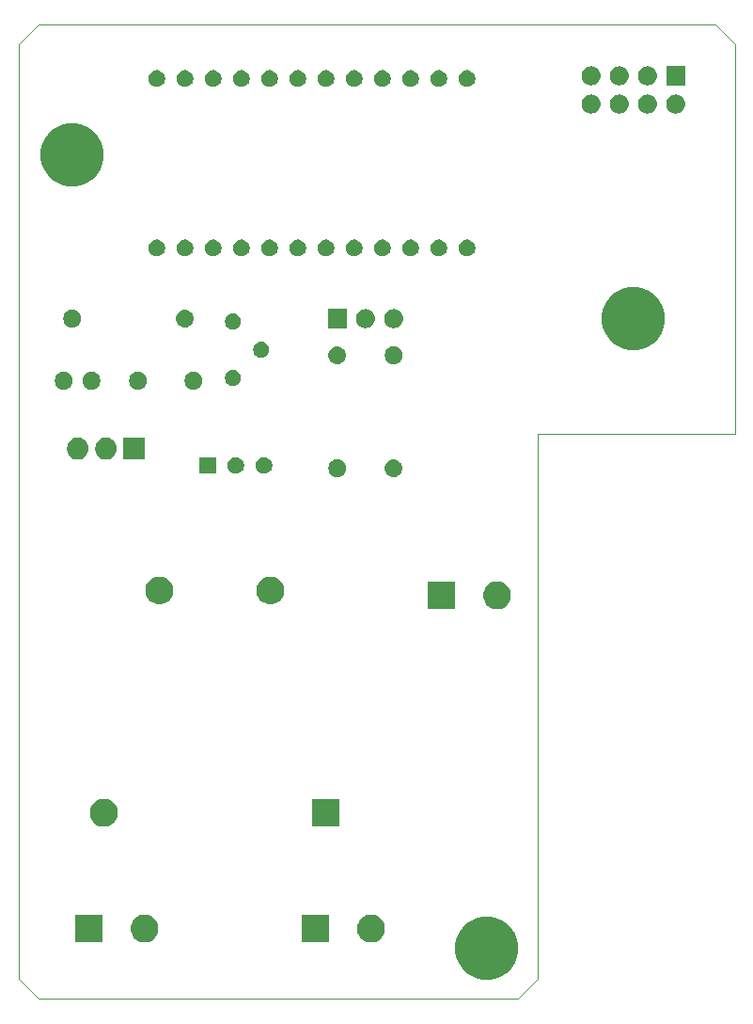
<source format=gbr>
%TF.GenerationSoftware,KiCad,Pcbnew,(5.1.2)-2*%
%TF.CreationDate,2019-06-24T14:10:12+02:00*%
%TF.ProjectId,Main_Monstrum,4d61696e-5f4d-46f6-9e73-7472756d2e6b,rev?*%
%TF.SameCoordinates,PX196f3b0PYa952310*%
%TF.FileFunction,Soldermask,Top*%
%TF.FilePolarity,Negative*%
%FSLAX46Y46*%
G04 Gerber Fmt 4.6, Leading zero omitted, Abs format (unit mm)*
G04 Created by KiCad (PCBNEW (5.1.2)-2) date 2019-06-24 14:10:12*
%MOMM*%
%LPD*%
G04 APERTURE LIST*
%ADD10C,0.100000*%
%ADD11C,0.150000*%
G04 APERTURE END LIST*
D10*
X64516000Y85852000D02*
X64516000Y50800000D01*
X1778000Y87630000D02*
X62738000Y87630000D01*
X0Y1778000D02*
X0Y85852000D01*
X44958000Y0D02*
X1778000Y0D01*
X46736000Y50800000D02*
X46736000Y1778000D01*
X62738000Y87630000D02*
X64516000Y85852000D01*
X0Y85852000D02*
X1778000Y87630000D01*
X1778000Y0D02*
X0Y1778000D01*
X44958000Y0D02*
X46736000Y1778000D01*
X64516000Y50800000D02*
X46736000Y50800000D01*
D11*
G36*
X42995313Y7312477D02*
G01*
X43513980Y7097638D01*
X43513981Y7097637D01*
X43980769Y6785740D01*
X44377740Y6388769D01*
X44485906Y6226886D01*
X44689638Y5921980D01*
X44904477Y5403313D01*
X45014000Y4852702D01*
X45014000Y4291298D01*
X44904477Y3740687D01*
X44689638Y3222020D01*
X44689637Y3222019D01*
X44377740Y2755231D01*
X43980769Y2358260D01*
X43668871Y2149857D01*
X43513980Y2046362D01*
X42995313Y1831523D01*
X42444702Y1722000D01*
X41883298Y1722000D01*
X41332687Y1831523D01*
X40814020Y2046362D01*
X40659129Y2149857D01*
X40347231Y2358260D01*
X39950260Y2755231D01*
X39638363Y3222019D01*
X39638362Y3222020D01*
X39423523Y3740687D01*
X39314000Y4291298D01*
X39314000Y4852702D01*
X39423523Y5403313D01*
X39638362Y5921980D01*
X39842094Y6226886D01*
X39950260Y6388769D01*
X40347231Y6785740D01*
X40814019Y7097637D01*
X40814020Y7097638D01*
X41332687Y7312477D01*
X41883298Y7422000D01*
X42444702Y7422000D01*
X42995313Y7312477D01*
X42995313Y7312477D01*
G37*
G36*
X32114610Y7551964D02*
G01*
X32342095Y7457736D01*
X32342097Y7457735D01*
X32395578Y7422000D01*
X32546828Y7320938D01*
X32720938Y7146828D01*
X32857736Y6942095D01*
X32951964Y6714610D01*
X33000000Y6473116D01*
X33000000Y6226884D01*
X32951964Y5985390D01*
X32857736Y5757905D01*
X32857735Y5757903D01*
X32720938Y5553172D01*
X32546828Y5379062D01*
X32342097Y5242265D01*
X32342096Y5242264D01*
X32342095Y5242264D01*
X32114610Y5148036D01*
X31873116Y5100000D01*
X31626884Y5100000D01*
X31385390Y5148036D01*
X31157905Y5242264D01*
X31157904Y5242264D01*
X31157903Y5242265D01*
X30953172Y5379062D01*
X30779062Y5553172D01*
X30642265Y5757903D01*
X30642264Y5757905D01*
X30548036Y5985390D01*
X30500000Y6226884D01*
X30500000Y6473116D01*
X30548036Y6714610D01*
X30642264Y6942095D01*
X30779062Y7146828D01*
X30953172Y7320938D01*
X31104422Y7422000D01*
X31157903Y7457735D01*
X31157905Y7457736D01*
X31385390Y7551964D01*
X31626884Y7600000D01*
X31873116Y7600000D01*
X32114610Y7551964D01*
X32114610Y7551964D01*
G37*
G36*
X7600000Y5100000D02*
G01*
X5100000Y5100000D01*
X5100000Y7600000D01*
X7600000Y7600000D01*
X7600000Y5100000D01*
X7600000Y5100000D01*
G37*
G36*
X28000000Y5100000D02*
G01*
X25500000Y5100000D01*
X25500000Y7600000D01*
X28000000Y7600000D01*
X28000000Y5100000D01*
X28000000Y5100000D01*
G37*
G36*
X11714610Y7551964D02*
G01*
X11942095Y7457736D01*
X11942097Y7457735D01*
X11995578Y7422000D01*
X12146828Y7320938D01*
X12320938Y7146828D01*
X12457736Y6942095D01*
X12551964Y6714610D01*
X12600000Y6473116D01*
X12600000Y6226884D01*
X12551964Y5985390D01*
X12457736Y5757905D01*
X12457735Y5757903D01*
X12320938Y5553172D01*
X12146828Y5379062D01*
X11942097Y5242265D01*
X11942096Y5242264D01*
X11942095Y5242264D01*
X11714610Y5148036D01*
X11473116Y5100000D01*
X11226884Y5100000D01*
X10985390Y5148036D01*
X10757905Y5242264D01*
X10757904Y5242264D01*
X10757903Y5242265D01*
X10553172Y5379062D01*
X10379062Y5553172D01*
X10242265Y5757903D01*
X10242264Y5757905D01*
X10148036Y5985390D01*
X10100000Y6226884D01*
X10100000Y6473116D01*
X10148036Y6714610D01*
X10242264Y6942095D01*
X10379062Y7146828D01*
X10553172Y7320938D01*
X10704422Y7422000D01*
X10757903Y7457735D01*
X10757905Y7457736D01*
X10985390Y7551964D01*
X11226884Y7600000D01*
X11473116Y7600000D01*
X11714610Y7551964D01*
X11714610Y7551964D01*
G37*
G36*
X28936000Y15514000D02*
G01*
X26436000Y15514000D01*
X26436000Y18014000D01*
X28936000Y18014000D01*
X28936000Y15514000D01*
X28936000Y15514000D01*
G37*
G36*
X8050610Y17965964D02*
G01*
X8278095Y17871736D01*
X8278097Y17871735D01*
X8482828Y17734938D01*
X8656938Y17560828D01*
X8793736Y17356095D01*
X8887964Y17128610D01*
X8936000Y16887116D01*
X8936000Y16640884D01*
X8887964Y16399390D01*
X8793736Y16171905D01*
X8793735Y16171903D01*
X8656938Y15967172D01*
X8482828Y15793062D01*
X8278097Y15656265D01*
X8278096Y15656264D01*
X8278095Y15656264D01*
X8050610Y15562036D01*
X7809116Y15514000D01*
X7562884Y15514000D01*
X7321390Y15562036D01*
X7093905Y15656264D01*
X7093904Y15656264D01*
X7093903Y15656265D01*
X6889172Y15793062D01*
X6715062Y15967172D01*
X6578265Y16171903D01*
X6578264Y16171905D01*
X6484036Y16399390D01*
X6436000Y16640884D01*
X6436000Y16887116D01*
X6484036Y17128610D01*
X6578264Y17356095D01*
X6715062Y17560828D01*
X6889172Y17734938D01*
X7093903Y17871735D01*
X7093905Y17871736D01*
X7321390Y17965964D01*
X7562884Y18014000D01*
X7809116Y18014000D01*
X8050610Y17965964D01*
X8050610Y17965964D01*
G37*
G36*
X39350000Y35072000D02*
G01*
X36850000Y35072000D01*
X36850000Y37572000D01*
X39350000Y37572000D01*
X39350000Y35072000D01*
X39350000Y35072000D01*
G37*
G36*
X43464610Y37523964D02*
G01*
X43692095Y37429736D01*
X43692097Y37429735D01*
X43802304Y37356097D01*
X43896828Y37292938D01*
X44070938Y37118828D01*
X44207736Y36914095D01*
X44301964Y36686610D01*
X44350000Y36445116D01*
X44350000Y36198884D01*
X44301964Y35957390D01*
X44207736Y35729905D01*
X44207735Y35729903D01*
X44070938Y35525172D01*
X43896828Y35351062D01*
X43692097Y35214265D01*
X43692096Y35214264D01*
X43692095Y35214264D01*
X43464610Y35120036D01*
X43223116Y35072000D01*
X42976884Y35072000D01*
X42735390Y35120036D01*
X42507905Y35214264D01*
X42507904Y35214264D01*
X42507903Y35214265D01*
X42303172Y35351062D01*
X42129062Y35525172D01*
X41992265Y35729903D01*
X41992264Y35729905D01*
X41898036Y35957390D01*
X41850000Y36198884D01*
X41850000Y36445116D01*
X41898036Y36686610D01*
X41992264Y36914095D01*
X42129062Y37118828D01*
X42303172Y37292938D01*
X42397696Y37356097D01*
X42507903Y37429735D01*
X42507905Y37429736D01*
X42735390Y37523964D01*
X42976884Y37572000D01*
X43223116Y37572000D01*
X43464610Y37523964D01*
X43464610Y37523964D01*
G37*
G36*
X23050610Y37965964D02*
G01*
X23278095Y37871736D01*
X23278097Y37871735D01*
X23482828Y37734938D01*
X23656938Y37560828D01*
X23744532Y37429735D01*
X23793736Y37356095D01*
X23887964Y37128610D01*
X23936000Y36887116D01*
X23936000Y36640884D01*
X23887964Y36399390D01*
X23804912Y36198886D01*
X23793735Y36171903D01*
X23656938Y35967172D01*
X23482828Y35793062D01*
X23278097Y35656265D01*
X23278096Y35656264D01*
X23278095Y35656264D01*
X23050610Y35562036D01*
X22809116Y35514000D01*
X22562884Y35514000D01*
X22321390Y35562036D01*
X22093905Y35656264D01*
X22093904Y35656264D01*
X22093903Y35656265D01*
X21889172Y35793062D01*
X21715062Y35967172D01*
X21578265Y36171903D01*
X21567088Y36198886D01*
X21484036Y36399390D01*
X21436000Y36640884D01*
X21436000Y36887116D01*
X21484036Y37128610D01*
X21578264Y37356095D01*
X21627469Y37429735D01*
X21715062Y37560828D01*
X21889172Y37734938D01*
X22093903Y37871735D01*
X22093905Y37871736D01*
X22321390Y37965964D01*
X22562884Y38014000D01*
X22809116Y38014000D01*
X23050610Y37965964D01*
X23050610Y37965964D01*
G37*
G36*
X13050610Y37965964D02*
G01*
X13278095Y37871736D01*
X13278097Y37871735D01*
X13482828Y37734938D01*
X13656938Y37560828D01*
X13744532Y37429735D01*
X13793736Y37356095D01*
X13887964Y37128610D01*
X13936000Y36887116D01*
X13936000Y36640884D01*
X13887964Y36399390D01*
X13804912Y36198886D01*
X13793735Y36171903D01*
X13656938Y35967172D01*
X13482828Y35793062D01*
X13278097Y35656265D01*
X13278096Y35656264D01*
X13278095Y35656264D01*
X13050610Y35562036D01*
X12809116Y35514000D01*
X12562884Y35514000D01*
X12321390Y35562036D01*
X12093905Y35656264D01*
X12093904Y35656264D01*
X12093903Y35656265D01*
X11889172Y35793062D01*
X11715062Y35967172D01*
X11578265Y36171903D01*
X11567088Y36198886D01*
X11484036Y36399390D01*
X11436000Y36640884D01*
X11436000Y36887116D01*
X11484036Y37128610D01*
X11578264Y37356095D01*
X11627469Y37429735D01*
X11715062Y37560828D01*
X11889172Y37734938D01*
X12093903Y37871735D01*
X12093905Y37871736D01*
X12321390Y37965964D01*
X12562884Y38014000D01*
X12809116Y38014000D01*
X13050610Y37965964D01*
X13050610Y37965964D01*
G37*
G36*
X33860471Y48548141D02*
G01*
X33938827Y48540424D01*
X34089628Y48494679D01*
X34089630Y48494678D01*
X34228605Y48420394D01*
X34350422Y48320422D01*
X34428924Y48224767D01*
X34450393Y48198606D01*
X34524679Y48059628D01*
X34570424Y47908827D01*
X34585870Y47752000D01*
X34570424Y47595173D01*
X34524679Y47444372D01*
X34524678Y47444370D01*
X34450394Y47305395D01*
X34350422Y47183578D01*
X34228605Y47083606D01*
X34089630Y47009322D01*
X34089628Y47009321D01*
X33938827Y46963576D01*
X33860471Y46955859D01*
X33821294Y46952000D01*
X33742706Y46952000D01*
X33703529Y46955859D01*
X33625173Y46963576D01*
X33474372Y47009321D01*
X33474370Y47009322D01*
X33335395Y47083606D01*
X33213578Y47183578D01*
X33113606Y47305395D01*
X33039322Y47444370D01*
X33039321Y47444372D01*
X32993576Y47595173D01*
X32978130Y47752000D01*
X32993576Y47908827D01*
X33039321Y48059628D01*
X33113607Y48198606D01*
X33135077Y48224767D01*
X33213578Y48320422D01*
X33335395Y48420394D01*
X33474370Y48494678D01*
X33474372Y48494679D01*
X33625173Y48540424D01*
X33703529Y48548141D01*
X33742706Y48552000D01*
X33821294Y48552000D01*
X33860471Y48548141D01*
X33860471Y48548141D01*
G37*
G36*
X28935351Y48521257D02*
G01*
X29080941Y48460952D01*
X29211970Y48373401D01*
X29323401Y48261970D01*
X29410952Y48130941D01*
X29471257Y47985351D01*
X29502000Y47830794D01*
X29502000Y47673206D01*
X29471257Y47518649D01*
X29410952Y47373059D01*
X29323401Y47242030D01*
X29211970Y47130599D01*
X29080941Y47043048D01*
X28935351Y46982743D01*
X28780794Y46952000D01*
X28623206Y46952000D01*
X28468649Y46982743D01*
X28323059Y47043048D01*
X28192030Y47130599D01*
X28080599Y47242030D01*
X27993048Y47373059D01*
X27932743Y47518649D01*
X27902000Y47673206D01*
X27902000Y47830794D01*
X27932743Y47985351D01*
X27993048Y48130941D01*
X28080599Y48261970D01*
X28192030Y48373401D01*
X28323059Y48460952D01*
X28468649Y48521257D01*
X28623206Y48552000D01*
X28780794Y48552000D01*
X28935351Y48521257D01*
X28935351Y48521257D01*
G37*
G36*
X17768000Y47256000D02*
G01*
X16268000Y47256000D01*
X16268000Y48756000D01*
X17768000Y48756000D01*
X17768000Y47256000D01*
X17768000Y47256000D01*
G37*
G36*
X22316766Y48727179D02*
G01*
X22453257Y48670642D01*
X22576097Y48588563D01*
X22680563Y48484097D01*
X22762642Y48361257D01*
X22819179Y48224766D01*
X22848000Y48079870D01*
X22848000Y47932130D01*
X22819179Y47787234D01*
X22762642Y47650743D01*
X22680563Y47527903D01*
X22576097Y47423437D01*
X22453257Y47341358D01*
X22316766Y47284821D01*
X22171870Y47256000D01*
X22024130Y47256000D01*
X21879234Y47284821D01*
X21742743Y47341358D01*
X21619903Y47423437D01*
X21515437Y47527903D01*
X21433358Y47650743D01*
X21376821Y47787234D01*
X21348000Y47932130D01*
X21348000Y48079870D01*
X21376821Y48224766D01*
X21433358Y48361257D01*
X21515437Y48484097D01*
X21619903Y48588563D01*
X21742743Y48670642D01*
X21879234Y48727179D01*
X22024130Y48756000D01*
X22171870Y48756000D01*
X22316766Y48727179D01*
X22316766Y48727179D01*
G37*
G36*
X19776766Y48727179D02*
G01*
X19913257Y48670642D01*
X20036097Y48588563D01*
X20140563Y48484097D01*
X20222642Y48361257D01*
X20279179Y48224766D01*
X20308000Y48079870D01*
X20308000Y47932130D01*
X20279179Y47787234D01*
X20222642Y47650743D01*
X20140563Y47527903D01*
X20036097Y47423437D01*
X19913257Y47341358D01*
X19776766Y47284821D01*
X19631870Y47256000D01*
X19484130Y47256000D01*
X19339234Y47284821D01*
X19202743Y47341358D01*
X19079903Y47423437D01*
X18975437Y47527903D01*
X18893358Y47650743D01*
X18836821Y47787234D01*
X18808000Y47932130D01*
X18808000Y48079870D01*
X18836821Y48224766D01*
X18893358Y48361257D01*
X18975437Y48484097D01*
X19079903Y48588563D01*
X19202743Y48670642D01*
X19339234Y48727179D01*
X19484130Y48756000D01*
X19631870Y48756000D01*
X19776766Y48727179D01*
X19776766Y48727179D01*
G37*
G36*
X8060724Y50516218D02*
G01*
X8240269Y50461753D01*
X8405741Y50373307D01*
X8550778Y50254278D01*
X8669804Y50109244D01*
X8758254Y49943764D01*
X8812718Y49764223D01*
X8826500Y49624288D01*
X8826500Y49435711D01*
X8812718Y49295776D01*
X8758253Y49116231D01*
X8669807Y48950759D01*
X8550778Y48805722D01*
X8405744Y48686696D01*
X8405742Y48686695D01*
X8405741Y48686694D01*
X8240268Y48598248D01*
X8240264Y48598246D01*
X8060723Y48543782D01*
X7874000Y48525392D01*
X7687276Y48543782D01*
X7507731Y48598247D01*
X7342259Y48686693D01*
X7197222Y48805722D01*
X7078196Y48950756D01*
X6989746Y49116236D01*
X6935282Y49295777D01*
X6921500Y49435712D01*
X6921500Y49624289D01*
X6935282Y49764224D01*
X6989747Y49943769D01*
X7078193Y50109241D01*
X7143569Y50188902D01*
X7197222Y50254278D01*
X7342259Y50373306D01*
X7352943Y50379016D01*
X7507732Y50461753D01*
X7687277Y50516218D01*
X7874000Y50534608D01*
X8060724Y50516218D01*
X8060724Y50516218D01*
G37*
G36*
X5520724Y50516218D02*
G01*
X5700269Y50461753D01*
X5865741Y50373307D01*
X6010778Y50254278D01*
X6129804Y50109244D01*
X6218254Y49943764D01*
X6272718Y49764223D01*
X6286500Y49624288D01*
X6286500Y49435711D01*
X6272718Y49295776D01*
X6218253Y49116231D01*
X6129807Y48950759D01*
X6010778Y48805722D01*
X5865744Y48686696D01*
X5865742Y48686695D01*
X5865741Y48686694D01*
X5700268Y48598248D01*
X5700264Y48598246D01*
X5520723Y48543782D01*
X5334000Y48525392D01*
X5147276Y48543782D01*
X4967731Y48598247D01*
X4802259Y48686693D01*
X4657222Y48805722D01*
X4538196Y48950756D01*
X4449746Y49116236D01*
X4395282Y49295777D01*
X4381500Y49435712D01*
X4381500Y49624289D01*
X4395282Y49764224D01*
X4449747Y49943769D01*
X4538193Y50109241D01*
X4603569Y50188902D01*
X4657222Y50254278D01*
X4802259Y50373306D01*
X4812943Y50379016D01*
X4967732Y50461753D01*
X5147277Y50516218D01*
X5334000Y50534608D01*
X5520724Y50516218D01*
X5520724Y50516218D01*
G37*
G36*
X11366500Y48530000D02*
G01*
X9461500Y48530000D01*
X9461500Y50530000D01*
X11366500Y50530000D01*
X11366500Y48530000D01*
X11366500Y48530000D01*
G37*
G36*
X15981351Y56395257D02*
G01*
X16126941Y56334952D01*
X16257970Y56247401D01*
X16369401Y56135970D01*
X16456952Y56004941D01*
X16517257Y55859351D01*
X16548000Y55704794D01*
X16548000Y55547206D01*
X16517257Y55392649D01*
X16456952Y55247059D01*
X16369401Y55116030D01*
X16257970Y55004599D01*
X16126941Y54917048D01*
X15981351Y54856743D01*
X15826794Y54826000D01*
X15669206Y54826000D01*
X15514649Y54856743D01*
X15369059Y54917048D01*
X15238030Y55004599D01*
X15126599Y55116030D01*
X15039048Y55247059D01*
X14978743Y55392649D01*
X14948000Y55547206D01*
X14948000Y55704794D01*
X14978743Y55859351D01*
X15039048Y56004941D01*
X15126599Y56135970D01*
X15238030Y56247401D01*
X15369059Y56334952D01*
X15514649Y56395257D01*
X15669206Y56426000D01*
X15826794Y56426000D01*
X15981351Y56395257D01*
X15981351Y56395257D01*
G37*
G36*
X6797351Y56395257D02*
G01*
X6942941Y56334952D01*
X7073970Y56247401D01*
X7185401Y56135970D01*
X7272952Y56004941D01*
X7333257Y55859351D01*
X7364000Y55704794D01*
X7364000Y55547206D01*
X7333257Y55392649D01*
X7272952Y55247059D01*
X7185401Y55116030D01*
X7073970Y55004599D01*
X6942941Y54917048D01*
X6797351Y54856743D01*
X6642794Y54826000D01*
X6485206Y54826000D01*
X6330649Y54856743D01*
X6185059Y54917048D01*
X6054030Y55004599D01*
X5942599Y55116030D01*
X5855048Y55247059D01*
X5794743Y55392649D01*
X5764000Y55547206D01*
X5764000Y55704794D01*
X5794743Y55859351D01*
X5855048Y56004941D01*
X5942599Y56135970D01*
X6054030Y56247401D01*
X6185059Y56334952D01*
X6330649Y56395257D01*
X6485206Y56426000D01*
X6642794Y56426000D01*
X6797351Y56395257D01*
X6797351Y56395257D01*
G37*
G36*
X4297351Y56395257D02*
G01*
X4442941Y56334952D01*
X4573970Y56247401D01*
X4685401Y56135970D01*
X4772952Y56004941D01*
X4833257Y55859351D01*
X4864000Y55704794D01*
X4864000Y55547206D01*
X4833257Y55392649D01*
X4772952Y55247059D01*
X4685401Y55116030D01*
X4573970Y55004599D01*
X4442941Y54917048D01*
X4297351Y54856743D01*
X4142794Y54826000D01*
X3985206Y54826000D01*
X3830649Y54856743D01*
X3685059Y54917048D01*
X3554030Y55004599D01*
X3442599Y55116030D01*
X3355048Y55247059D01*
X3294743Y55392649D01*
X3264000Y55547206D01*
X3264000Y55704794D01*
X3294743Y55859351D01*
X3355048Y56004941D01*
X3442599Y56135970D01*
X3554030Y56247401D01*
X3685059Y56334952D01*
X3830649Y56395257D01*
X3985206Y56426000D01*
X4142794Y56426000D01*
X4297351Y56395257D01*
X4297351Y56395257D01*
G37*
G36*
X10981351Y56395257D02*
G01*
X11126941Y56334952D01*
X11257970Y56247401D01*
X11369401Y56135970D01*
X11456952Y56004941D01*
X11517257Y55859351D01*
X11548000Y55704794D01*
X11548000Y55547206D01*
X11517257Y55392649D01*
X11456952Y55247059D01*
X11369401Y55116030D01*
X11257970Y55004599D01*
X11126941Y54917048D01*
X10981351Y54856743D01*
X10826794Y54826000D01*
X10669206Y54826000D01*
X10514649Y54856743D01*
X10369059Y54917048D01*
X10238030Y55004599D01*
X10126599Y55116030D01*
X10039048Y55247059D01*
X9978743Y55392649D01*
X9948000Y55547206D01*
X9948000Y55704794D01*
X9978743Y55859351D01*
X10039048Y56004941D01*
X10126599Y56135970D01*
X10238030Y56247401D01*
X10369059Y56334952D01*
X10514649Y56395257D01*
X10669206Y56426000D01*
X10826794Y56426000D01*
X10981351Y56395257D01*
X10981351Y56395257D01*
G37*
G36*
X19514015Y56572332D02*
G01*
X19645046Y56518057D01*
X19645048Y56518056D01*
X19762973Y56439261D01*
X19863261Y56338973D01*
X19942057Y56221046D01*
X19996332Y56090015D01*
X20024000Y55950916D01*
X20024000Y55809084D01*
X19996332Y55669985D01*
X19945475Y55547206D01*
X19942056Y55538952D01*
X19863261Y55421027D01*
X19762973Y55320739D01*
X19645048Y55241944D01*
X19645047Y55241943D01*
X19645046Y55241943D01*
X19514015Y55187668D01*
X19374916Y55160000D01*
X19233084Y55160000D01*
X19093985Y55187668D01*
X18962954Y55241943D01*
X18962953Y55241943D01*
X18962952Y55241944D01*
X18845027Y55320739D01*
X18744739Y55421027D01*
X18665944Y55538952D01*
X18662525Y55547206D01*
X18611668Y55669985D01*
X18584000Y55809084D01*
X18584000Y55950916D01*
X18611668Y56090015D01*
X18665943Y56221046D01*
X18744739Y56338973D01*
X18845027Y56439261D01*
X18962952Y56518056D01*
X18962954Y56518057D01*
X19093985Y56572332D01*
X19233084Y56600000D01*
X19374916Y56600000D01*
X19514015Y56572332D01*
X19514015Y56572332D01*
G37*
G36*
X34015351Y58681257D02*
G01*
X34160941Y58620952D01*
X34291970Y58533401D01*
X34403401Y58421970D01*
X34490952Y58290941D01*
X34551257Y58145351D01*
X34582000Y57990794D01*
X34582000Y57833206D01*
X34551257Y57678649D01*
X34490952Y57533059D01*
X34403401Y57402030D01*
X34291970Y57290599D01*
X34160941Y57203048D01*
X34015351Y57142743D01*
X33860794Y57112000D01*
X33703206Y57112000D01*
X33548649Y57142743D01*
X33403059Y57203048D01*
X33272030Y57290599D01*
X33160599Y57402030D01*
X33073048Y57533059D01*
X33012743Y57678649D01*
X32982000Y57833206D01*
X32982000Y57990794D01*
X33012743Y58145351D01*
X33073048Y58290941D01*
X33160599Y58421970D01*
X33272030Y58533401D01*
X33403059Y58620952D01*
X33548649Y58681257D01*
X33703206Y58712000D01*
X33860794Y58712000D01*
X34015351Y58681257D01*
X34015351Y58681257D01*
G37*
G36*
X28780471Y58708141D02*
G01*
X28858827Y58700424D01*
X29009628Y58654679D01*
X29009630Y58654678D01*
X29148605Y58580394D01*
X29148607Y58580393D01*
X29148606Y58580393D01*
X29270422Y58480422D01*
X29370393Y58358606D01*
X29444679Y58219628D01*
X29490424Y58068827D01*
X29505870Y57912000D01*
X29490424Y57755173D01*
X29444679Y57604372D01*
X29444678Y57604370D01*
X29370394Y57465395D01*
X29270422Y57343578D01*
X29148605Y57243606D01*
X29009630Y57169322D01*
X29009628Y57169321D01*
X28858827Y57123576D01*
X28780471Y57115859D01*
X28741294Y57112000D01*
X28662706Y57112000D01*
X28623529Y57115859D01*
X28545173Y57123576D01*
X28394372Y57169321D01*
X28394370Y57169322D01*
X28255395Y57243606D01*
X28133578Y57343578D01*
X28033606Y57465395D01*
X27959322Y57604370D01*
X27959321Y57604372D01*
X27913576Y57755173D01*
X27898130Y57912000D01*
X27913576Y58068827D01*
X27959321Y58219628D01*
X28033607Y58358606D01*
X28133578Y58480422D01*
X28255394Y58580393D01*
X28255393Y58580393D01*
X28255395Y58580394D01*
X28394370Y58654678D01*
X28394372Y58654679D01*
X28545173Y58700424D01*
X28623529Y58708141D01*
X28662706Y58712000D01*
X28741294Y58712000D01*
X28780471Y58708141D01*
X28780471Y58708141D01*
G37*
G36*
X22054015Y59112332D02*
G01*
X22185046Y59058057D01*
X22185048Y59058056D01*
X22271546Y59000260D01*
X22302973Y58979261D01*
X22403261Y58878973D01*
X22482057Y58761046D01*
X22536332Y58630015D01*
X22564000Y58490916D01*
X22564000Y58349084D01*
X22536332Y58209985D01*
X22482057Y58078954D01*
X22482056Y58078952D01*
X22403261Y57961027D01*
X22302973Y57860739D01*
X22185048Y57781944D01*
X22185047Y57781943D01*
X22185046Y57781943D01*
X22054015Y57727668D01*
X21914916Y57700000D01*
X21773084Y57700000D01*
X21633985Y57727668D01*
X21502954Y57781943D01*
X21502953Y57781943D01*
X21502952Y57781944D01*
X21385027Y57860739D01*
X21284739Y57961027D01*
X21205944Y58078952D01*
X21205943Y58078954D01*
X21151668Y58209985D01*
X21124000Y58349084D01*
X21124000Y58490916D01*
X21151668Y58630015D01*
X21205943Y58761046D01*
X21284739Y58878973D01*
X21385027Y58979261D01*
X21416454Y59000260D01*
X21502952Y59058056D01*
X21502954Y59058057D01*
X21633985Y59112332D01*
X21773084Y59140000D01*
X21914916Y59140000D01*
X22054015Y59112332D01*
X22054015Y59112332D01*
G37*
G36*
X56203313Y63954477D02*
G01*
X56721980Y63739638D01*
X56721981Y63739637D01*
X57188769Y63427740D01*
X57585740Y63030769D01*
X57794143Y62718871D01*
X57897638Y62563980D01*
X58112477Y62045313D01*
X58222000Y61494702D01*
X58222000Y60933298D01*
X58112477Y60382687D01*
X57897638Y59864020D01*
X57897637Y59864019D01*
X57585740Y59397231D01*
X57188769Y59000260D01*
X56876871Y58791857D01*
X56721980Y58688362D01*
X56203313Y58473523D01*
X55652702Y58364000D01*
X55091298Y58364000D01*
X54540687Y58473523D01*
X54022020Y58688362D01*
X53867129Y58791857D01*
X53555231Y59000260D01*
X53158260Y59397231D01*
X52846363Y59864019D01*
X52846362Y59864020D01*
X52631523Y60382687D01*
X52522000Y60933298D01*
X52522000Y61494702D01*
X52631523Y62045313D01*
X52846362Y62563980D01*
X52949857Y62718871D01*
X53158260Y63030769D01*
X53555231Y63427740D01*
X54022019Y63739637D01*
X54022020Y63739638D01*
X54540687Y63954477D01*
X55091298Y64064000D01*
X55652702Y64064000D01*
X56203313Y63954477D01*
X56203313Y63954477D01*
G37*
G36*
X19514015Y61652332D02*
G01*
X19645046Y61598057D01*
X19645048Y61598056D01*
X19652703Y61592941D01*
X19762973Y61519261D01*
X19863261Y61418973D01*
X19942057Y61301046D01*
X19996332Y61170015D01*
X20024000Y61030916D01*
X20024000Y60889084D01*
X19996332Y60749985D01*
X19953085Y60645578D01*
X19942056Y60618952D01*
X19863261Y60501027D01*
X19762973Y60400739D01*
X19645048Y60321944D01*
X19645047Y60321943D01*
X19645046Y60321943D01*
X19514015Y60267668D01*
X19374916Y60240000D01*
X19233084Y60240000D01*
X19093985Y60267668D01*
X18962954Y60321943D01*
X18962953Y60321943D01*
X18962952Y60321944D01*
X18845027Y60400739D01*
X18744739Y60501027D01*
X18665944Y60618952D01*
X18654915Y60645578D01*
X18611668Y60749985D01*
X18584000Y60889084D01*
X18584000Y61030916D01*
X18611668Y61170015D01*
X18665943Y61301046D01*
X18744739Y61418973D01*
X18845027Y61519261D01*
X18955297Y61592941D01*
X18962952Y61598056D01*
X18962954Y61598057D01*
X19093985Y61652332D01*
X19233084Y61680000D01*
X19374916Y61680000D01*
X19514015Y61652332D01*
X19514015Y61652332D01*
G37*
G36*
X33948627Y62051701D02*
G01*
X34028742Y62027399D01*
X34108855Y62003097D01*
X34108857Y62003096D01*
X34256518Y61924169D01*
X34385949Y61817949D01*
X34492168Y61688519D01*
X34571097Y61540855D01*
X34576929Y61521628D01*
X34619701Y61380627D01*
X34636112Y61214000D01*
X34619701Y61047373D01*
X34619700Y61047371D01*
X34571686Y60889086D01*
X34571096Y60887143D01*
X34492169Y60739482D01*
X34385949Y60610051D01*
X34256518Y60503831D01*
X34195698Y60471322D01*
X34108855Y60424903D01*
X34029195Y60400739D01*
X33948627Y60376299D01*
X33823752Y60364000D01*
X33740248Y60364000D01*
X33615373Y60376299D01*
X33534805Y60400739D01*
X33455145Y60424903D01*
X33368302Y60471322D01*
X33307482Y60503831D01*
X33178051Y60610051D01*
X33071831Y60739482D01*
X32992904Y60887143D01*
X32992315Y60889086D01*
X32944300Y61047371D01*
X32944299Y61047373D01*
X32927888Y61214000D01*
X32944299Y61380627D01*
X32987071Y61521628D01*
X32992903Y61540855D01*
X33071832Y61688519D01*
X33178051Y61817949D01*
X33307482Y61924169D01*
X33455143Y62003096D01*
X33455145Y62003097D01*
X33535258Y62027399D01*
X33615373Y62051701D01*
X33740248Y62064000D01*
X33823752Y62064000D01*
X33948627Y62051701D01*
X33948627Y62051701D01*
G37*
G36*
X31408627Y62051701D02*
G01*
X31488742Y62027399D01*
X31568855Y62003097D01*
X31568857Y62003096D01*
X31716518Y61924169D01*
X31845949Y61817949D01*
X31952168Y61688519D01*
X32031097Y61540855D01*
X32036929Y61521628D01*
X32079701Y61380627D01*
X32096112Y61214000D01*
X32079701Y61047373D01*
X32079700Y61047371D01*
X32031686Y60889086D01*
X32031096Y60887143D01*
X31952169Y60739482D01*
X31845949Y60610051D01*
X31716518Y60503831D01*
X31655698Y60471322D01*
X31568855Y60424903D01*
X31489195Y60400739D01*
X31408627Y60376299D01*
X31283752Y60364000D01*
X31200248Y60364000D01*
X31075373Y60376299D01*
X30994805Y60400739D01*
X30915145Y60424903D01*
X30828302Y60471322D01*
X30767482Y60503831D01*
X30638051Y60610051D01*
X30531831Y60739482D01*
X30452904Y60887143D01*
X30452315Y60889086D01*
X30404300Y61047371D01*
X30404299Y61047373D01*
X30387888Y61214000D01*
X30404299Y61380627D01*
X30447071Y61521628D01*
X30452903Y61540855D01*
X30531832Y61688519D01*
X30638051Y61817949D01*
X30767482Y61924169D01*
X30915143Y62003096D01*
X30915145Y62003097D01*
X30995258Y62027399D01*
X31075373Y62051701D01*
X31200248Y62064000D01*
X31283752Y62064000D01*
X31408627Y62051701D01*
X31408627Y62051701D01*
G37*
G36*
X29552000Y60364000D02*
G01*
X27852000Y60364000D01*
X27852000Y62064000D01*
X29552000Y62064000D01*
X29552000Y60364000D01*
X29552000Y60364000D01*
G37*
G36*
X5059351Y61983257D02*
G01*
X5204941Y61922952D01*
X5335970Y61835401D01*
X5447401Y61723970D01*
X5534952Y61592941D01*
X5595257Y61447351D01*
X5626000Y61292794D01*
X5626000Y61135206D01*
X5595257Y60980649D01*
X5534952Y60835059D01*
X5447401Y60704030D01*
X5335970Y60592599D01*
X5204941Y60505048D01*
X5059351Y60444743D01*
X4904794Y60414000D01*
X4747206Y60414000D01*
X4592649Y60444743D01*
X4447059Y60505048D01*
X4316030Y60592599D01*
X4204599Y60704030D01*
X4117048Y60835059D01*
X4056743Y60980649D01*
X4026000Y61135206D01*
X4026000Y61292794D01*
X4056743Y61447351D01*
X4117048Y61592941D01*
X4204599Y61723970D01*
X4316030Y61835401D01*
X4447059Y61922952D01*
X4592649Y61983257D01*
X4747206Y62014000D01*
X4904794Y62014000D01*
X5059351Y61983257D01*
X5059351Y61983257D01*
G37*
G36*
X15064471Y62010141D02*
G01*
X15142827Y62002424D01*
X15293628Y61956679D01*
X15293630Y61956678D01*
X15432605Y61882394D01*
X15554422Y61782422D01*
X15654394Y61660605D01*
X15687827Y61598056D01*
X15728679Y61521628D01*
X15774424Y61370827D01*
X15789870Y61214000D01*
X15774424Y61057173D01*
X15728679Y60906372D01*
X15728678Y60906370D01*
X15654394Y60767395D01*
X15554422Y60645578D01*
X15432605Y60545606D01*
X15293630Y60471322D01*
X15293628Y60471321D01*
X15142827Y60425576D01*
X15064471Y60417859D01*
X15025294Y60414000D01*
X14946706Y60414000D01*
X14907529Y60417859D01*
X14829173Y60425576D01*
X14678372Y60471321D01*
X14678370Y60471322D01*
X14539395Y60545606D01*
X14417578Y60645578D01*
X14317606Y60767395D01*
X14243322Y60906370D01*
X14243321Y60906372D01*
X14197576Y61057173D01*
X14182130Y61214000D01*
X14197576Y61370827D01*
X14243321Y61521628D01*
X14284173Y61598056D01*
X14317606Y61660605D01*
X14417578Y61782422D01*
X14539395Y61882394D01*
X14678370Y61956678D01*
X14678372Y61956679D01*
X14829173Y62002424D01*
X14907529Y62010141D01*
X14946706Y62014000D01*
X15025294Y62014000D01*
X15064471Y62010141D01*
X15064471Y62010141D01*
G37*
G36*
X12619195Y68306478D02*
G01*
X12668267Y68296717D01*
X12806942Y68239276D01*
X12931747Y68155884D01*
X13037884Y68049747D01*
X13121276Y67924942D01*
X13178717Y67786267D01*
X13208000Y67639050D01*
X13208000Y67488950D01*
X13178717Y67341733D01*
X13121276Y67203058D01*
X13037884Y67078253D01*
X12931747Y66972116D01*
X12806942Y66888724D01*
X12668267Y66831283D01*
X12619195Y66821522D01*
X12521052Y66802000D01*
X12370948Y66802000D01*
X12272805Y66821522D01*
X12223733Y66831283D01*
X12085058Y66888724D01*
X11960253Y66972116D01*
X11854116Y67078253D01*
X11770724Y67203058D01*
X11713283Y67341733D01*
X11684000Y67488950D01*
X11684000Y67639050D01*
X11713283Y67786267D01*
X11770724Y67924942D01*
X11854116Y68049747D01*
X11960253Y68155884D01*
X12085058Y68239276D01*
X12223733Y68296717D01*
X12272805Y68306478D01*
X12370948Y68326000D01*
X12521052Y68326000D01*
X12619195Y68306478D01*
X12619195Y68306478D01*
G37*
G36*
X30399195Y68306478D02*
G01*
X30448267Y68296717D01*
X30586942Y68239276D01*
X30711747Y68155884D01*
X30817884Y68049747D01*
X30901276Y67924942D01*
X30958717Y67786267D01*
X30988000Y67639050D01*
X30988000Y67488950D01*
X30958717Y67341733D01*
X30901276Y67203058D01*
X30817884Y67078253D01*
X30711747Y66972116D01*
X30586942Y66888724D01*
X30448267Y66831283D01*
X30399195Y66821522D01*
X30301052Y66802000D01*
X30150948Y66802000D01*
X30052805Y66821522D01*
X30003733Y66831283D01*
X29865058Y66888724D01*
X29740253Y66972116D01*
X29634116Y67078253D01*
X29550724Y67203058D01*
X29493283Y67341733D01*
X29464000Y67488950D01*
X29464000Y67639050D01*
X29493283Y67786267D01*
X29550724Y67924942D01*
X29634116Y68049747D01*
X29740253Y68155884D01*
X29865058Y68239276D01*
X30003733Y68296717D01*
X30052805Y68306478D01*
X30150948Y68326000D01*
X30301052Y68326000D01*
X30399195Y68306478D01*
X30399195Y68306478D01*
G37*
G36*
X17699195Y68306478D02*
G01*
X17748267Y68296717D01*
X17886942Y68239276D01*
X18011747Y68155884D01*
X18117884Y68049747D01*
X18201276Y67924942D01*
X18258717Y67786267D01*
X18288000Y67639050D01*
X18288000Y67488950D01*
X18258717Y67341733D01*
X18201276Y67203058D01*
X18117884Y67078253D01*
X18011747Y66972116D01*
X17886942Y66888724D01*
X17748267Y66831283D01*
X17699195Y66821522D01*
X17601052Y66802000D01*
X17450948Y66802000D01*
X17352805Y66821522D01*
X17303733Y66831283D01*
X17165058Y66888724D01*
X17040253Y66972116D01*
X16934116Y67078253D01*
X16850724Y67203058D01*
X16793283Y67341733D01*
X16764000Y67488950D01*
X16764000Y67639050D01*
X16793283Y67786267D01*
X16850724Y67924942D01*
X16934116Y68049747D01*
X17040253Y68155884D01*
X17165058Y68239276D01*
X17303733Y68296717D01*
X17352805Y68306478D01*
X17450948Y68326000D01*
X17601052Y68326000D01*
X17699195Y68306478D01*
X17699195Y68306478D01*
G37*
G36*
X20239195Y68306478D02*
G01*
X20288267Y68296717D01*
X20426942Y68239276D01*
X20551747Y68155884D01*
X20657884Y68049747D01*
X20741276Y67924942D01*
X20798717Y67786267D01*
X20828000Y67639050D01*
X20828000Y67488950D01*
X20798717Y67341733D01*
X20741276Y67203058D01*
X20657884Y67078253D01*
X20551747Y66972116D01*
X20426942Y66888724D01*
X20288267Y66831283D01*
X20239195Y66821522D01*
X20141052Y66802000D01*
X19990948Y66802000D01*
X19892805Y66821522D01*
X19843733Y66831283D01*
X19705058Y66888724D01*
X19580253Y66972116D01*
X19474116Y67078253D01*
X19390724Y67203058D01*
X19333283Y67341733D01*
X19304000Y67488950D01*
X19304000Y67639050D01*
X19333283Y67786267D01*
X19390724Y67924942D01*
X19474116Y68049747D01*
X19580253Y68155884D01*
X19705058Y68239276D01*
X19843733Y68296717D01*
X19892805Y68306478D01*
X19990948Y68326000D01*
X20141052Y68326000D01*
X20239195Y68306478D01*
X20239195Y68306478D01*
G37*
G36*
X22779195Y68306478D02*
G01*
X22828267Y68296717D01*
X22966942Y68239276D01*
X23091747Y68155884D01*
X23197884Y68049747D01*
X23281276Y67924942D01*
X23338717Y67786267D01*
X23368000Y67639050D01*
X23368000Y67488950D01*
X23338717Y67341733D01*
X23281276Y67203058D01*
X23197884Y67078253D01*
X23091747Y66972116D01*
X22966942Y66888724D01*
X22828267Y66831283D01*
X22779195Y66821522D01*
X22681052Y66802000D01*
X22530948Y66802000D01*
X22432805Y66821522D01*
X22383733Y66831283D01*
X22245058Y66888724D01*
X22120253Y66972116D01*
X22014116Y67078253D01*
X21930724Y67203058D01*
X21873283Y67341733D01*
X21844000Y67488950D01*
X21844000Y67639050D01*
X21873283Y67786267D01*
X21930724Y67924942D01*
X22014116Y68049747D01*
X22120253Y68155884D01*
X22245058Y68239276D01*
X22383733Y68296717D01*
X22432805Y68306478D01*
X22530948Y68326000D01*
X22681052Y68326000D01*
X22779195Y68306478D01*
X22779195Y68306478D01*
G37*
G36*
X25319195Y68306478D02*
G01*
X25368267Y68296717D01*
X25506942Y68239276D01*
X25631747Y68155884D01*
X25737884Y68049747D01*
X25821276Y67924942D01*
X25878717Y67786267D01*
X25908000Y67639050D01*
X25908000Y67488950D01*
X25878717Y67341733D01*
X25821276Y67203058D01*
X25737884Y67078253D01*
X25631747Y66972116D01*
X25506942Y66888724D01*
X25368267Y66831283D01*
X25319195Y66821522D01*
X25221052Y66802000D01*
X25070948Y66802000D01*
X24972805Y66821522D01*
X24923733Y66831283D01*
X24785058Y66888724D01*
X24660253Y66972116D01*
X24554116Y67078253D01*
X24470724Y67203058D01*
X24413283Y67341733D01*
X24384000Y67488950D01*
X24384000Y67639050D01*
X24413283Y67786267D01*
X24470724Y67924942D01*
X24554116Y68049747D01*
X24660253Y68155884D01*
X24785058Y68239276D01*
X24923733Y68296717D01*
X24972805Y68306478D01*
X25070948Y68326000D01*
X25221052Y68326000D01*
X25319195Y68306478D01*
X25319195Y68306478D01*
G37*
G36*
X27859195Y68306478D02*
G01*
X27908267Y68296717D01*
X28046942Y68239276D01*
X28171747Y68155884D01*
X28277884Y68049747D01*
X28361276Y67924942D01*
X28418717Y67786267D01*
X28448000Y67639050D01*
X28448000Y67488950D01*
X28418717Y67341733D01*
X28361276Y67203058D01*
X28277884Y67078253D01*
X28171747Y66972116D01*
X28046942Y66888724D01*
X27908267Y66831283D01*
X27859195Y66821522D01*
X27761052Y66802000D01*
X27610948Y66802000D01*
X27512805Y66821522D01*
X27463733Y66831283D01*
X27325058Y66888724D01*
X27200253Y66972116D01*
X27094116Y67078253D01*
X27010724Y67203058D01*
X26953283Y67341733D01*
X26924000Y67488950D01*
X26924000Y67639050D01*
X26953283Y67786267D01*
X27010724Y67924942D01*
X27094116Y68049747D01*
X27200253Y68155884D01*
X27325058Y68239276D01*
X27463733Y68296717D01*
X27512805Y68306478D01*
X27610948Y68326000D01*
X27761052Y68326000D01*
X27859195Y68306478D01*
X27859195Y68306478D01*
G37*
G36*
X15159195Y68306478D02*
G01*
X15208267Y68296717D01*
X15346942Y68239276D01*
X15471747Y68155884D01*
X15577884Y68049747D01*
X15661276Y67924942D01*
X15718717Y67786267D01*
X15748000Y67639050D01*
X15748000Y67488950D01*
X15718717Y67341733D01*
X15661276Y67203058D01*
X15577884Y67078253D01*
X15471747Y66972116D01*
X15346942Y66888724D01*
X15208267Y66831283D01*
X15159195Y66821522D01*
X15061052Y66802000D01*
X14910948Y66802000D01*
X14812805Y66821522D01*
X14763733Y66831283D01*
X14625058Y66888724D01*
X14500253Y66972116D01*
X14394116Y67078253D01*
X14310724Y67203058D01*
X14253283Y67341733D01*
X14224000Y67488950D01*
X14224000Y67639050D01*
X14253283Y67786267D01*
X14310724Y67924942D01*
X14394116Y68049747D01*
X14500253Y68155884D01*
X14625058Y68239276D01*
X14763733Y68296717D01*
X14812805Y68306478D01*
X14910948Y68326000D01*
X15061052Y68326000D01*
X15159195Y68306478D01*
X15159195Y68306478D01*
G37*
G36*
X32939195Y68306478D02*
G01*
X32988267Y68296717D01*
X33126942Y68239276D01*
X33251747Y68155884D01*
X33357884Y68049747D01*
X33441276Y67924942D01*
X33498717Y67786267D01*
X33528000Y67639050D01*
X33528000Y67488950D01*
X33498717Y67341733D01*
X33441276Y67203058D01*
X33357884Y67078253D01*
X33251747Y66972116D01*
X33126942Y66888724D01*
X32988267Y66831283D01*
X32939195Y66821522D01*
X32841052Y66802000D01*
X32690948Y66802000D01*
X32592805Y66821522D01*
X32543733Y66831283D01*
X32405058Y66888724D01*
X32280253Y66972116D01*
X32174116Y67078253D01*
X32090724Y67203058D01*
X32033283Y67341733D01*
X32004000Y67488950D01*
X32004000Y67639050D01*
X32033283Y67786267D01*
X32090724Y67924942D01*
X32174116Y68049747D01*
X32280253Y68155884D01*
X32405058Y68239276D01*
X32543733Y68296717D01*
X32592805Y68306478D01*
X32690948Y68326000D01*
X32841052Y68326000D01*
X32939195Y68306478D01*
X32939195Y68306478D01*
G37*
G36*
X35479195Y68306478D02*
G01*
X35528267Y68296717D01*
X35666942Y68239276D01*
X35791747Y68155884D01*
X35897884Y68049747D01*
X35981276Y67924942D01*
X36038717Y67786267D01*
X36068000Y67639050D01*
X36068000Y67488950D01*
X36038717Y67341733D01*
X35981276Y67203058D01*
X35897884Y67078253D01*
X35791747Y66972116D01*
X35666942Y66888724D01*
X35528267Y66831283D01*
X35479195Y66821522D01*
X35381052Y66802000D01*
X35230948Y66802000D01*
X35132805Y66821522D01*
X35083733Y66831283D01*
X34945058Y66888724D01*
X34820253Y66972116D01*
X34714116Y67078253D01*
X34630724Y67203058D01*
X34573283Y67341733D01*
X34544000Y67488950D01*
X34544000Y67639050D01*
X34573283Y67786267D01*
X34630724Y67924942D01*
X34714116Y68049747D01*
X34820253Y68155884D01*
X34945058Y68239276D01*
X35083733Y68296717D01*
X35132805Y68306478D01*
X35230948Y68326000D01*
X35381052Y68326000D01*
X35479195Y68306478D01*
X35479195Y68306478D01*
G37*
G36*
X38019195Y68306478D02*
G01*
X38068267Y68296717D01*
X38206942Y68239276D01*
X38331747Y68155884D01*
X38437884Y68049747D01*
X38521276Y67924942D01*
X38578717Y67786267D01*
X38608000Y67639050D01*
X38608000Y67488950D01*
X38578717Y67341733D01*
X38521276Y67203058D01*
X38437884Y67078253D01*
X38331747Y66972116D01*
X38206942Y66888724D01*
X38068267Y66831283D01*
X38019195Y66821522D01*
X37921052Y66802000D01*
X37770948Y66802000D01*
X37672805Y66821522D01*
X37623733Y66831283D01*
X37485058Y66888724D01*
X37360253Y66972116D01*
X37254116Y67078253D01*
X37170724Y67203058D01*
X37113283Y67341733D01*
X37084000Y67488950D01*
X37084000Y67639050D01*
X37113283Y67786267D01*
X37170724Y67924942D01*
X37254116Y68049747D01*
X37360253Y68155884D01*
X37485058Y68239276D01*
X37623733Y68296717D01*
X37672805Y68306478D01*
X37770948Y68326000D01*
X37921052Y68326000D01*
X38019195Y68306478D01*
X38019195Y68306478D01*
G37*
G36*
X40559195Y68306478D02*
G01*
X40608267Y68296717D01*
X40746942Y68239276D01*
X40871747Y68155884D01*
X40977884Y68049747D01*
X41061276Y67924942D01*
X41118717Y67786267D01*
X41148000Y67639050D01*
X41148000Y67488950D01*
X41118717Y67341733D01*
X41061276Y67203058D01*
X40977884Y67078253D01*
X40871747Y66972116D01*
X40746942Y66888724D01*
X40608267Y66831283D01*
X40559195Y66821522D01*
X40461052Y66802000D01*
X40310948Y66802000D01*
X40212805Y66821522D01*
X40163733Y66831283D01*
X40025058Y66888724D01*
X39900253Y66972116D01*
X39794116Y67078253D01*
X39710724Y67203058D01*
X39653283Y67341733D01*
X39624000Y67488950D01*
X39624000Y67639050D01*
X39653283Y67786267D01*
X39710724Y67924942D01*
X39794116Y68049747D01*
X39900253Y68155884D01*
X40025058Y68239276D01*
X40163733Y68296717D01*
X40212805Y68306478D01*
X40310948Y68326000D01*
X40461052Y68326000D01*
X40559195Y68306478D01*
X40559195Y68306478D01*
G37*
G36*
X5657313Y78686477D02*
G01*
X6175980Y78471638D01*
X6175981Y78471637D01*
X6642769Y78159740D01*
X7039740Y77762769D01*
X7248143Y77450871D01*
X7351638Y77295980D01*
X7566477Y76777313D01*
X7676000Y76226702D01*
X7676000Y75665298D01*
X7566477Y75114687D01*
X7351638Y74596020D01*
X7351637Y74596019D01*
X7039740Y74129231D01*
X6642769Y73732260D01*
X6330871Y73523857D01*
X6175980Y73420362D01*
X5657313Y73205523D01*
X5106702Y73096000D01*
X4545298Y73096000D01*
X3994687Y73205523D01*
X3476020Y73420362D01*
X3321129Y73523857D01*
X3009231Y73732260D01*
X2612260Y74129231D01*
X2300363Y74596019D01*
X2300362Y74596020D01*
X2085523Y75114687D01*
X1976000Y75665298D01*
X1976000Y76226702D01*
X2085523Y76777313D01*
X2300362Y77295980D01*
X2403857Y77450871D01*
X2612260Y77762769D01*
X3009231Y78159740D01*
X3476019Y78471637D01*
X3476020Y78471638D01*
X3994687Y78686477D01*
X4545298Y78796000D01*
X5106702Y78796000D01*
X5657313Y78686477D01*
X5657313Y78686477D01*
G37*
G36*
X51728627Y81355701D02*
G01*
X51808742Y81331399D01*
X51888855Y81307097D01*
X51888857Y81307096D01*
X52036518Y81228169D01*
X52165949Y81121949D01*
X52272169Y80992518D01*
X52351096Y80844857D01*
X52399701Y80684627D01*
X52416112Y80518000D01*
X52399701Y80351373D01*
X52351096Y80191143D01*
X52272169Y80043482D01*
X52165949Y79914051D01*
X52036518Y79807831D01*
X51888857Y79728904D01*
X51888855Y79728903D01*
X51808742Y79704602D01*
X51728627Y79680299D01*
X51603752Y79668000D01*
X51520248Y79668000D01*
X51395373Y79680299D01*
X51315258Y79704602D01*
X51235145Y79728903D01*
X51235143Y79728904D01*
X51087482Y79807831D01*
X50958051Y79914051D01*
X50851831Y80043482D01*
X50772904Y80191143D01*
X50724299Y80351373D01*
X50707888Y80518000D01*
X50724299Y80684627D01*
X50772904Y80844857D01*
X50851831Y80992518D01*
X50958051Y81121949D01*
X51087482Y81228169D01*
X51235143Y81307096D01*
X51235145Y81307097D01*
X51315258Y81331399D01*
X51395373Y81355701D01*
X51520248Y81368000D01*
X51603752Y81368000D01*
X51728627Y81355701D01*
X51728627Y81355701D01*
G37*
G36*
X54268627Y81355701D02*
G01*
X54348742Y81331399D01*
X54428855Y81307097D01*
X54428857Y81307096D01*
X54576518Y81228169D01*
X54705949Y81121949D01*
X54812169Y80992518D01*
X54891096Y80844857D01*
X54939701Y80684627D01*
X54956112Y80518000D01*
X54939701Y80351373D01*
X54891096Y80191143D01*
X54812169Y80043482D01*
X54705949Y79914051D01*
X54576518Y79807831D01*
X54428857Y79728904D01*
X54428855Y79728903D01*
X54348742Y79704602D01*
X54268627Y79680299D01*
X54143752Y79668000D01*
X54060248Y79668000D01*
X53935373Y79680299D01*
X53855258Y79704602D01*
X53775145Y79728903D01*
X53775143Y79728904D01*
X53627482Y79807831D01*
X53498051Y79914051D01*
X53391831Y80043482D01*
X53312904Y80191143D01*
X53264299Y80351373D01*
X53247888Y80518000D01*
X53264299Y80684627D01*
X53312904Y80844857D01*
X53391831Y80992518D01*
X53498051Y81121949D01*
X53627482Y81228169D01*
X53775143Y81307096D01*
X53775145Y81307097D01*
X53855258Y81331399D01*
X53935373Y81355701D01*
X54060248Y81368000D01*
X54143752Y81368000D01*
X54268627Y81355701D01*
X54268627Y81355701D01*
G37*
G36*
X59348627Y81355701D02*
G01*
X59428742Y81331399D01*
X59508855Y81307097D01*
X59508857Y81307096D01*
X59656518Y81228169D01*
X59785949Y81121949D01*
X59892169Y80992518D01*
X59971096Y80844857D01*
X60019701Y80684627D01*
X60036112Y80518000D01*
X60019701Y80351373D01*
X59971096Y80191143D01*
X59892169Y80043482D01*
X59785949Y79914051D01*
X59656518Y79807831D01*
X59508857Y79728904D01*
X59508855Y79728903D01*
X59428742Y79704602D01*
X59348627Y79680299D01*
X59223752Y79668000D01*
X59140248Y79668000D01*
X59015373Y79680299D01*
X58935258Y79704602D01*
X58855145Y79728903D01*
X58855143Y79728904D01*
X58707482Y79807831D01*
X58578051Y79914051D01*
X58471831Y80043482D01*
X58392904Y80191143D01*
X58344299Y80351373D01*
X58327888Y80518000D01*
X58344299Y80684627D01*
X58392904Y80844857D01*
X58471831Y80992518D01*
X58578051Y81121949D01*
X58707482Y81228169D01*
X58855143Y81307096D01*
X58855145Y81307097D01*
X58935258Y81331399D01*
X59015373Y81355701D01*
X59140248Y81368000D01*
X59223752Y81368000D01*
X59348627Y81355701D01*
X59348627Y81355701D01*
G37*
G36*
X56808627Y81355701D02*
G01*
X56888742Y81331399D01*
X56968855Y81307097D01*
X56968857Y81307096D01*
X57116518Y81228169D01*
X57245949Y81121949D01*
X57352169Y80992518D01*
X57431096Y80844857D01*
X57479701Y80684627D01*
X57496112Y80518000D01*
X57479701Y80351373D01*
X57431096Y80191143D01*
X57352169Y80043482D01*
X57245949Y79914051D01*
X57116518Y79807831D01*
X56968857Y79728904D01*
X56968855Y79728903D01*
X56888742Y79704602D01*
X56808627Y79680299D01*
X56683752Y79668000D01*
X56600248Y79668000D01*
X56475373Y79680299D01*
X56395258Y79704602D01*
X56315145Y79728903D01*
X56315143Y79728904D01*
X56167482Y79807831D01*
X56038051Y79914051D01*
X55931831Y80043482D01*
X55852904Y80191143D01*
X55804299Y80351373D01*
X55787888Y80518000D01*
X55804299Y80684627D01*
X55852904Y80844857D01*
X55931831Y80992518D01*
X56038051Y81121949D01*
X56167482Y81228169D01*
X56315143Y81307096D01*
X56315145Y81307097D01*
X56395258Y81331399D01*
X56475373Y81355701D01*
X56600248Y81368000D01*
X56683752Y81368000D01*
X56808627Y81355701D01*
X56808627Y81355701D01*
G37*
G36*
X20239195Y83546478D02*
G01*
X20288267Y83536717D01*
X20426942Y83479276D01*
X20551747Y83395884D01*
X20657884Y83289747D01*
X20741276Y83164942D01*
X20798717Y83026267D01*
X20798717Y83026266D01*
X20825550Y82891371D01*
X20828000Y82879050D01*
X20828000Y82728950D01*
X20798717Y82581733D01*
X20741276Y82443058D01*
X20657884Y82318253D01*
X20551747Y82212116D01*
X20426942Y82128724D01*
X20288267Y82071283D01*
X20239195Y82061522D01*
X20141052Y82042000D01*
X19990948Y82042000D01*
X19892805Y82061522D01*
X19843733Y82071283D01*
X19705058Y82128724D01*
X19580253Y82212116D01*
X19474116Y82318253D01*
X19390724Y82443058D01*
X19333283Y82581733D01*
X19304000Y82728950D01*
X19304000Y82879050D01*
X19306451Y82891371D01*
X19333283Y83026266D01*
X19333283Y83026267D01*
X19390724Y83164942D01*
X19474116Y83289747D01*
X19580253Y83395884D01*
X19705058Y83479276D01*
X19843733Y83536717D01*
X19892805Y83546478D01*
X19990948Y83566000D01*
X20141052Y83566000D01*
X20239195Y83546478D01*
X20239195Y83546478D01*
G37*
G36*
X30399195Y83546478D02*
G01*
X30448267Y83536717D01*
X30586942Y83479276D01*
X30711747Y83395884D01*
X30817884Y83289747D01*
X30901276Y83164942D01*
X30958717Y83026267D01*
X30958717Y83026266D01*
X30985550Y82891371D01*
X30988000Y82879050D01*
X30988000Y82728950D01*
X30958717Y82581733D01*
X30901276Y82443058D01*
X30817884Y82318253D01*
X30711747Y82212116D01*
X30586942Y82128724D01*
X30448267Y82071283D01*
X30399195Y82061522D01*
X30301052Y82042000D01*
X30150948Y82042000D01*
X30052805Y82061522D01*
X30003733Y82071283D01*
X29865058Y82128724D01*
X29740253Y82212116D01*
X29634116Y82318253D01*
X29550724Y82443058D01*
X29493283Y82581733D01*
X29464000Y82728950D01*
X29464000Y82879050D01*
X29466451Y82891371D01*
X29493283Y83026266D01*
X29493283Y83026267D01*
X29550724Y83164942D01*
X29634116Y83289747D01*
X29740253Y83395884D01*
X29865058Y83479276D01*
X30003733Y83536717D01*
X30052805Y83546478D01*
X30150948Y83566000D01*
X30301052Y83566000D01*
X30399195Y83546478D01*
X30399195Y83546478D01*
G37*
G36*
X27859195Y83546478D02*
G01*
X27908267Y83536717D01*
X28046942Y83479276D01*
X28171747Y83395884D01*
X28277884Y83289747D01*
X28361276Y83164942D01*
X28418717Y83026267D01*
X28418717Y83026266D01*
X28445550Y82891371D01*
X28448000Y82879050D01*
X28448000Y82728950D01*
X28418717Y82581733D01*
X28361276Y82443058D01*
X28277884Y82318253D01*
X28171747Y82212116D01*
X28046942Y82128724D01*
X27908267Y82071283D01*
X27859195Y82061522D01*
X27761052Y82042000D01*
X27610948Y82042000D01*
X27512805Y82061522D01*
X27463733Y82071283D01*
X27325058Y82128724D01*
X27200253Y82212116D01*
X27094116Y82318253D01*
X27010724Y82443058D01*
X26953283Y82581733D01*
X26924000Y82728950D01*
X26924000Y82879050D01*
X26926451Y82891371D01*
X26953283Y83026266D01*
X26953283Y83026267D01*
X27010724Y83164942D01*
X27094116Y83289747D01*
X27200253Y83395884D01*
X27325058Y83479276D01*
X27463733Y83536717D01*
X27512805Y83546478D01*
X27610948Y83566000D01*
X27761052Y83566000D01*
X27859195Y83546478D01*
X27859195Y83546478D01*
G37*
G36*
X25319195Y83546478D02*
G01*
X25368267Y83536717D01*
X25506942Y83479276D01*
X25631747Y83395884D01*
X25737884Y83289747D01*
X25821276Y83164942D01*
X25878717Y83026267D01*
X25878717Y83026266D01*
X25905550Y82891371D01*
X25908000Y82879050D01*
X25908000Y82728950D01*
X25878717Y82581733D01*
X25821276Y82443058D01*
X25737884Y82318253D01*
X25631747Y82212116D01*
X25506942Y82128724D01*
X25368267Y82071283D01*
X25319195Y82061522D01*
X25221052Y82042000D01*
X25070948Y82042000D01*
X24972805Y82061522D01*
X24923733Y82071283D01*
X24785058Y82128724D01*
X24660253Y82212116D01*
X24554116Y82318253D01*
X24470724Y82443058D01*
X24413283Y82581733D01*
X24384000Y82728950D01*
X24384000Y82879050D01*
X24386451Y82891371D01*
X24413283Y83026266D01*
X24413283Y83026267D01*
X24470724Y83164942D01*
X24554116Y83289747D01*
X24660253Y83395884D01*
X24785058Y83479276D01*
X24923733Y83536717D01*
X24972805Y83546478D01*
X25070948Y83566000D01*
X25221052Y83566000D01*
X25319195Y83546478D01*
X25319195Y83546478D01*
G37*
G36*
X22779195Y83546478D02*
G01*
X22828267Y83536717D01*
X22966942Y83479276D01*
X23091747Y83395884D01*
X23197884Y83289747D01*
X23281276Y83164942D01*
X23338717Y83026267D01*
X23338717Y83026266D01*
X23365550Y82891371D01*
X23368000Y82879050D01*
X23368000Y82728950D01*
X23338717Y82581733D01*
X23281276Y82443058D01*
X23197884Y82318253D01*
X23091747Y82212116D01*
X22966942Y82128724D01*
X22828267Y82071283D01*
X22779195Y82061522D01*
X22681052Y82042000D01*
X22530948Y82042000D01*
X22432805Y82061522D01*
X22383733Y82071283D01*
X22245058Y82128724D01*
X22120253Y82212116D01*
X22014116Y82318253D01*
X21930724Y82443058D01*
X21873283Y82581733D01*
X21844000Y82728950D01*
X21844000Y82879050D01*
X21846451Y82891371D01*
X21873283Y83026266D01*
X21873283Y83026267D01*
X21930724Y83164942D01*
X22014116Y83289747D01*
X22120253Y83395884D01*
X22245058Y83479276D01*
X22383733Y83536717D01*
X22432805Y83546478D01*
X22530948Y83566000D01*
X22681052Y83566000D01*
X22779195Y83546478D01*
X22779195Y83546478D01*
G37*
G36*
X17699195Y83546478D02*
G01*
X17748267Y83536717D01*
X17886942Y83479276D01*
X18011747Y83395884D01*
X18117884Y83289747D01*
X18201276Y83164942D01*
X18258717Y83026267D01*
X18258717Y83026266D01*
X18285550Y82891371D01*
X18288000Y82879050D01*
X18288000Y82728950D01*
X18258717Y82581733D01*
X18201276Y82443058D01*
X18117884Y82318253D01*
X18011747Y82212116D01*
X17886942Y82128724D01*
X17748267Y82071283D01*
X17699195Y82061522D01*
X17601052Y82042000D01*
X17450948Y82042000D01*
X17352805Y82061522D01*
X17303733Y82071283D01*
X17165058Y82128724D01*
X17040253Y82212116D01*
X16934116Y82318253D01*
X16850724Y82443058D01*
X16793283Y82581733D01*
X16764000Y82728950D01*
X16764000Y82879050D01*
X16766451Y82891371D01*
X16793283Y83026266D01*
X16793283Y83026267D01*
X16850724Y83164942D01*
X16934116Y83289747D01*
X17040253Y83395884D01*
X17165058Y83479276D01*
X17303733Y83536717D01*
X17352805Y83546478D01*
X17450948Y83566000D01*
X17601052Y83566000D01*
X17699195Y83546478D01*
X17699195Y83546478D01*
G37*
G36*
X15159195Y83546478D02*
G01*
X15208267Y83536717D01*
X15346942Y83479276D01*
X15471747Y83395884D01*
X15577884Y83289747D01*
X15661276Y83164942D01*
X15718717Y83026267D01*
X15718717Y83026266D01*
X15745550Y82891371D01*
X15748000Y82879050D01*
X15748000Y82728950D01*
X15718717Y82581733D01*
X15661276Y82443058D01*
X15577884Y82318253D01*
X15471747Y82212116D01*
X15346942Y82128724D01*
X15208267Y82071283D01*
X15159195Y82061522D01*
X15061052Y82042000D01*
X14910948Y82042000D01*
X14812805Y82061522D01*
X14763733Y82071283D01*
X14625058Y82128724D01*
X14500253Y82212116D01*
X14394116Y82318253D01*
X14310724Y82443058D01*
X14253283Y82581733D01*
X14224000Y82728950D01*
X14224000Y82879050D01*
X14226451Y82891371D01*
X14253283Y83026266D01*
X14253283Y83026267D01*
X14310724Y83164942D01*
X14394116Y83289747D01*
X14500253Y83395884D01*
X14625058Y83479276D01*
X14763733Y83536717D01*
X14812805Y83546478D01*
X14910948Y83566000D01*
X15061052Y83566000D01*
X15159195Y83546478D01*
X15159195Y83546478D01*
G37*
G36*
X35479195Y83546478D02*
G01*
X35528267Y83536717D01*
X35666942Y83479276D01*
X35791747Y83395884D01*
X35897884Y83289747D01*
X35981276Y83164942D01*
X36038717Y83026267D01*
X36038717Y83026266D01*
X36065550Y82891371D01*
X36068000Y82879050D01*
X36068000Y82728950D01*
X36038717Y82581733D01*
X35981276Y82443058D01*
X35897884Y82318253D01*
X35791747Y82212116D01*
X35666942Y82128724D01*
X35528267Y82071283D01*
X35479195Y82061522D01*
X35381052Y82042000D01*
X35230948Y82042000D01*
X35132805Y82061522D01*
X35083733Y82071283D01*
X34945058Y82128724D01*
X34820253Y82212116D01*
X34714116Y82318253D01*
X34630724Y82443058D01*
X34573283Y82581733D01*
X34544000Y82728950D01*
X34544000Y82879050D01*
X34546451Y82891371D01*
X34573283Y83026266D01*
X34573283Y83026267D01*
X34630724Y83164942D01*
X34714116Y83289747D01*
X34820253Y83395884D01*
X34945058Y83479276D01*
X35083733Y83536717D01*
X35132805Y83546478D01*
X35230948Y83566000D01*
X35381052Y83566000D01*
X35479195Y83546478D01*
X35479195Y83546478D01*
G37*
G36*
X12619195Y83546478D02*
G01*
X12668267Y83536717D01*
X12806942Y83479276D01*
X12931747Y83395884D01*
X13037884Y83289747D01*
X13121276Y83164942D01*
X13178717Y83026267D01*
X13178717Y83026266D01*
X13205550Y82891371D01*
X13208000Y82879050D01*
X13208000Y82728950D01*
X13178717Y82581733D01*
X13121276Y82443058D01*
X13037884Y82318253D01*
X12931747Y82212116D01*
X12806942Y82128724D01*
X12668267Y82071283D01*
X12619195Y82061522D01*
X12521052Y82042000D01*
X12370948Y82042000D01*
X12272805Y82061522D01*
X12223733Y82071283D01*
X12085058Y82128724D01*
X11960253Y82212116D01*
X11854116Y82318253D01*
X11770724Y82443058D01*
X11713283Y82581733D01*
X11684000Y82728950D01*
X11684000Y82879050D01*
X11686451Y82891371D01*
X11713283Y83026266D01*
X11713283Y83026267D01*
X11770724Y83164942D01*
X11854116Y83289747D01*
X11960253Y83395884D01*
X12085058Y83479276D01*
X12223733Y83536717D01*
X12272805Y83546478D01*
X12370948Y83566000D01*
X12521052Y83566000D01*
X12619195Y83546478D01*
X12619195Y83546478D01*
G37*
G36*
X38019195Y83546478D02*
G01*
X38068267Y83536717D01*
X38206942Y83479276D01*
X38331747Y83395884D01*
X38437884Y83289747D01*
X38521276Y83164942D01*
X38578717Y83026267D01*
X38578717Y83026266D01*
X38605550Y82891371D01*
X38608000Y82879050D01*
X38608000Y82728950D01*
X38578717Y82581733D01*
X38521276Y82443058D01*
X38437884Y82318253D01*
X38331747Y82212116D01*
X38206942Y82128724D01*
X38068267Y82071283D01*
X38019195Y82061522D01*
X37921052Y82042000D01*
X37770948Y82042000D01*
X37672805Y82061522D01*
X37623733Y82071283D01*
X37485058Y82128724D01*
X37360253Y82212116D01*
X37254116Y82318253D01*
X37170724Y82443058D01*
X37113283Y82581733D01*
X37084000Y82728950D01*
X37084000Y82879050D01*
X37086451Y82891371D01*
X37113283Y83026266D01*
X37113283Y83026267D01*
X37170724Y83164942D01*
X37254116Y83289747D01*
X37360253Y83395884D01*
X37485058Y83479276D01*
X37623733Y83536717D01*
X37672805Y83546478D01*
X37770948Y83566000D01*
X37921052Y83566000D01*
X38019195Y83546478D01*
X38019195Y83546478D01*
G37*
G36*
X32939195Y83546478D02*
G01*
X32988267Y83536717D01*
X33126942Y83479276D01*
X33251747Y83395884D01*
X33357884Y83289747D01*
X33441276Y83164942D01*
X33498717Y83026267D01*
X33498717Y83026266D01*
X33525550Y82891371D01*
X33528000Y82879050D01*
X33528000Y82728950D01*
X33498717Y82581733D01*
X33441276Y82443058D01*
X33357884Y82318253D01*
X33251747Y82212116D01*
X33126942Y82128724D01*
X32988267Y82071283D01*
X32939195Y82061522D01*
X32841052Y82042000D01*
X32690948Y82042000D01*
X32592805Y82061522D01*
X32543733Y82071283D01*
X32405058Y82128724D01*
X32280253Y82212116D01*
X32174116Y82318253D01*
X32090724Y82443058D01*
X32033283Y82581733D01*
X32004000Y82728950D01*
X32004000Y82879050D01*
X32006451Y82891371D01*
X32033283Y83026266D01*
X32033283Y83026267D01*
X32090724Y83164942D01*
X32174116Y83289747D01*
X32280253Y83395884D01*
X32405058Y83479276D01*
X32543733Y83536717D01*
X32592805Y83546478D01*
X32690948Y83566000D01*
X32841052Y83566000D01*
X32939195Y83546478D01*
X32939195Y83546478D01*
G37*
G36*
X40559195Y83546478D02*
G01*
X40608267Y83536717D01*
X40746942Y83479276D01*
X40871747Y83395884D01*
X40977884Y83289747D01*
X41061276Y83164942D01*
X41118717Y83026267D01*
X41118717Y83026266D01*
X41145550Y82891371D01*
X41148000Y82879050D01*
X41148000Y82728950D01*
X41118717Y82581733D01*
X41061276Y82443058D01*
X40977884Y82318253D01*
X40871747Y82212116D01*
X40746942Y82128724D01*
X40608267Y82071283D01*
X40559195Y82061522D01*
X40461052Y82042000D01*
X40310948Y82042000D01*
X40212805Y82061522D01*
X40163733Y82071283D01*
X40025058Y82128724D01*
X39900253Y82212116D01*
X39794116Y82318253D01*
X39710724Y82443058D01*
X39653283Y82581733D01*
X39624000Y82728950D01*
X39624000Y82879050D01*
X39626451Y82891371D01*
X39653283Y83026266D01*
X39653283Y83026267D01*
X39710724Y83164942D01*
X39794116Y83289747D01*
X39900253Y83395884D01*
X40025058Y83479276D01*
X40163733Y83536717D01*
X40212805Y83546478D01*
X40310948Y83566000D01*
X40461052Y83566000D01*
X40559195Y83546478D01*
X40559195Y83546478D01*
G37*
G36*
X51728627Y83895701D02*
G01*
X51808742Y83871399D01*
X51888855Y83847097D01*
X51888857Y83847096D01*
X52036518Y83768169D01*
X52165949Y83661949D01*
X52272169Y83532518D01*
X52351096Y83384857D01*
X52399701Y83224627D01*
X52416112Y83058000D01*
X52399701Y82891373D01*
X52351096Y82731143D01*
X52272169Y82583482D01*
X52165949Y82454051D01*
X52036518Y82347831D01*
X51888857Y82268904D01*
X51888855Y82268903D01*
X51808742Y82244601D01*
X51728627Y82220299D01*
X51603752Y82208000D01*
X51520248Y82208000D01*
X51395373Y82220299D01*
X51315258Y82244601D01*
X51235145Y82268903D01*
X51235143Y82268904D01*
X51087482Y82347831D01*
X50958051Y82454051D01*
X50851831Y82583482D01*
X50772904Y82731143D01*
X50724299Y82891373D01*
X50707888Y83058000D01*
X50724299Y83224627D01*
X50772904Y83384857D01*
X50851831Y83532518D01*
X50958051Y83661949D01*
X51087482Y83768169D01*
X51235143Y83847096D01*
X51235145Y83847097D01*
X51315258Y83871399D01*
X51395373Y83895701D01*
X51520248Y83908000D01*
X51603752Y83908000D01*
X51728627Y83895701D01*
X51728627Y83895701D01*
G37*
G36*
X54268627Y83895701D02*
G01*
X54348742Y83871399D01*
X54428855Y83847097D01*
X54428857Y83847096D01*
X54576518Y83768169D01*
X54705949Y83661949D01*
X54812169Y83532518D01*
X54891096Y83384857D01*
X54939701Y83224627D01*
X54956112Y83058000D01*
X54939701Y82891373D01*
X54891096Y82731143D01*
X54812169Y82583482D01*
X54705949Y82454051D01*
X54576518Y82347831D01*
X54428857Y82268904D01*
X54428855Y82268903D01*
X54348742Y82244601D01*
X54268627Y82220299D01*
X54143752Y82208000D01*
X54060248Y82208000D01*
X53935373Y82220299D01*
X53855258Y82244601D01*
X53775145Y82268903D01*
X53775143Y82268904D01*
X53627482Y82347831D01*
X53498051Y82454051D01*
X53391831Y82583482D01*
X53312904Y82731143D01*
X53264299Y82891373D01*
X53247888Y83058000D01*
X53264299Y83224627D01*
X53312904Y83384857D01*
X53391831Y83532518D01*
X53498051Y83661949D01*
X53627482Y83768169D01*
X53775143Y83847096D01*
X53775145Y83847097D01*
X53855258Y83871399D01*
X53935373Y83895701D01*
X54060248Y83908000D01*
X54143752Y83908000D01*
X54268627Y83895701D01*
X54268627Y83895701D01*
G37*
G36*
X56808627Y83895701D02*
G01*
X56888742Y83871399D01*
X56968855Y83847097D01*
X56968857Y83847096D01*
X57116518Y83768169D01*
X57245949Y83661949D01*
X57352169Y83532518D01*
X57431096Y83384857D01*
X57479701Y83224627D01*
X57496112Y83058000D01*
X57479701Y82891373D01*
X57431096Y82731143D01*
X57352169Y82583482D01*
X57245949Y82454051D01*
X57116518Y82347831D01*
X56968857Y82268904D01*
X56968855Y82268903D01*
X56888742Y82244601D01*
X56808627Y82220299D01*
X56683752Y82208000D01*
X56600248Y82208000D01*
X56475373Y82220299D01*
X56395258Y82244601D01*
X56315145Y82268903D01*
X56315143Y82268904D01*
X56167482Y82347831D01*
X56038051Y82454051D01*
X55931831Y82583482D01*
X55852904Y82731143D01*
X55804299Y82891373D01*
X55787888Y83058000D01*
X55804299Y83224627D01*
X55852904Y83384857D01*
X55931831Y83532518D01*
X56038051Y83661949D01*
X56167482Y83768169D01*
X56315143Y83847096D01*
X56315145Y83847097D01*
X56395258Y83871399D01*
X56475373Y83895701D01*
X56600248Y83908000D01*
X56683752Y83908000D01*
X56808627Y83895701D01*
X56808627Y83895701D01*
G37*
G36*
X60032000Y82208000D02*
G01*
X58332000Y82208000D01*
X58332000Y83908000D01*
X60032000Y83908000D01*
X60032000Y82208000D01*
X60032000Y82208000D01*
G37*
M02*

</source>
